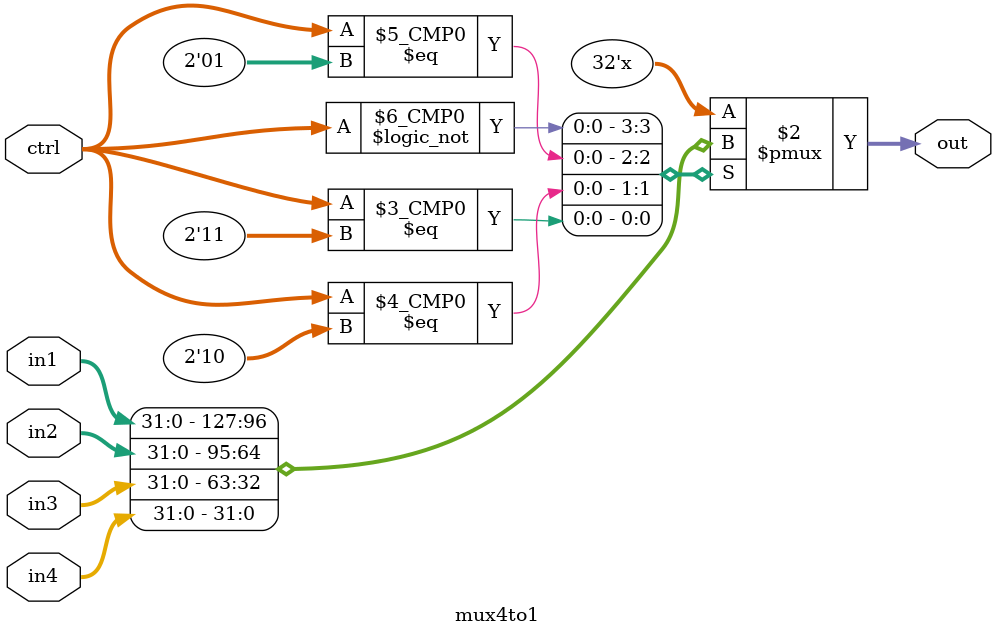
<source format=sv>
`timescale 1ns / 1ps
module mux4to1(out,ctrl,in1,in2,in3,in4);
input [1:0]ctrl;
input [31:0]in1,in2,in3,in4;
output reg [31:0]out;

always @(in1,in2,in3,in4,ctrl)
begin
case(ctrl)
2'b00:out=in1;
2'b01:out=in2;
2'b10:out=in3;
2'b11:out=in4;
endcase
end

endmodule

</source>
